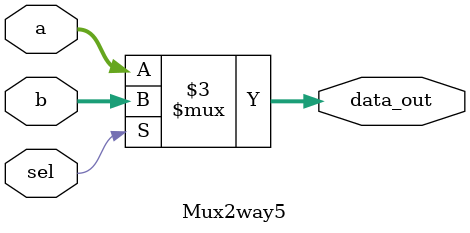
<source format=v>
/**
  * Mux 2x1 routes 5 bits
  *
  * Output Ports: 
  * 	-data_out: 5 bits 
  *
  * Input ports: 
  * 	-a: 16 bit to be routed according to sel
  *		-b: 16 bit to be routed according to sel
  *		-sel: 1 bit signal to chose between a or b (0 selects a, 1 selects b)
  *
  */

module Mux2way5(data_out, a, b, sel);

	output reg[4:0] data_out; 
	input[4:0] a, b;
	input sel;
	wire not_sel, w1, w2, w3, w4; // w1 = a.b; w2 = b.sel; w3 = a.not_sel; w4 = w1 + w2

	always@(a or b or sel)
	begin
		if(sel)
			data_out = b;
		else
			data_out = a;
	end

endmodule
</source>
